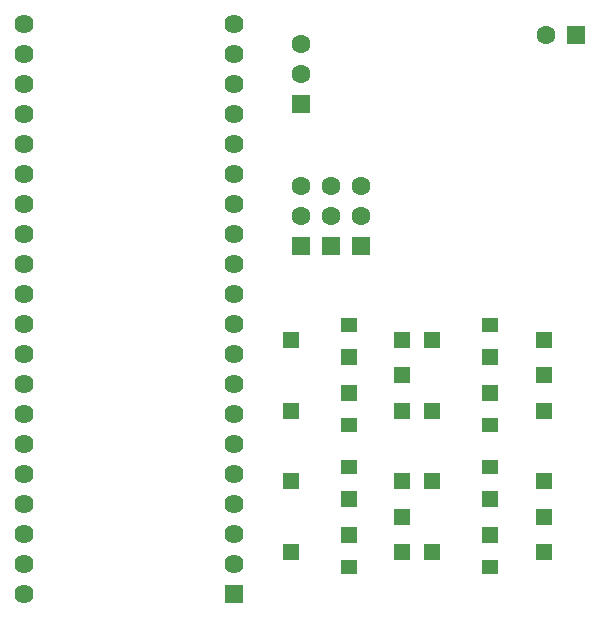
<source format=gts>
G04*
G04 #@! TF.GenerationSoftware,Altium Limited,Altium Designer,21.5.1 (32)*
G04*
G04 Layer_Color=8388736*
%FSLAX44Y44*%
%MOMM*%
G71*
G04*
G04 #@! TF.SameCoordinates,0903D884-DAF8-42DF-BE81-14F24C034F1F*
G04*
G04*
G04 #@! TF.FilePolarity,Negative*
G04*
G01*
G75*
%ADD15R,1.3500X1.1500*%
%ADD16R,1.3500X1.3500*%
%ADD17R,1.6000X1.6000*%
%ADD18C,1.6000*%
%ADD19C,1.6240*%
%ADD20R,1.6240X1.6240*%
%ADD21R,1.6000X1.6000*%
D15*
X290000Y157500D02*
D03*
Y242500D02*
D03*
X410000Y157500D02*
D03*
Y242500D02*
D03*
X290000Y37500D02*
D03*
Y122500D02*
D03*
X410000Y37500D02*
D03*
Y122500D02*
D03*
D16*
X335000Y230000D02*
D03*
Y170000D02*
D03*
Y200000D02*
D03*
X290000Y185000D02*
D03*
Y215000D02*
D03*
X240750Y230000D02*
D03*
Y170000D02*
D03*
X455000Y230000D02*
D03*
Y170000D02*
D03*
Y200000D02*
D03*
X410000Y185000D02*
D03*
Y215000D02*
D03*
X360750Y230000D02*
D03*
Y170000D02*
D03*
X335000Y110000D02*
D03*
Y50000D02*
D03*
Y80000D02*
D03*
X290000Y65000D02*
D03*
Y95000D02*
D03*
X240750Y110000D02*
D03*
Y50000D02*
D03*
X455000Y110000D02*
D03*
Y50000D02*
D03*
Y80000D02*
D03*
X410000Y65000D02*
D03*
Y95000D02*
D03*
X360750Y110000D02*
D03*
Y50000D02*
D03*
D17*
X250000Y429200D02*
D03*
Y309200D02*
D03*
X275400D02*
D03*
X300800D02*
D03*
D18*
X250000Y454600D02*
D03*
Y480000D02*
D03*
Y334600D02*
D03*
Y360000D02*
D03*
X275400Y334600D02*
D03*
Y360000D02*
D03*
X457200Y488000D02*
D03*
X300800Y334600D02*
D03*
Y360000D02*
D03*
D19*
X15000Y15000D02*
D03*
Y40400D02*
D03*
Y65800D02*
D03*
Y91200D02*
D03*
Y116600D02*
D03*
Y142000D02*
D03*
Y167400D02*
D03*
Y192800D02*
D03*
Y218200D02*
D03*
Y243600D02*
D03*
X15000Y269000D02*
D03*
X15000Y294400D02*
D03*
Y319800D02*
D03*
Y345200D02*
D03*
Y370600D02*
D03*
Y396000D02*
D03*
Y421400D02*
D03*
Y446800D02*
D03*
Y472200D02*
D03*
X15000Y497600D02*
D03*
X192800D02*
D03*
Y472200D02*
D03*
Y446800D02*
D03*
Y421400D02*
D03*
Y396000D02*
D03*
Y370600D02*
D03*
Y345200D02*
D03*
Y319800D02*
D03*
Y294400D02*
D03*
Y269000D02*
D03*
Y243600D02*
D03*
Y218200D02*
D03*
Y192800D02*
D03*
Y167400D02*
D03*
Y142000D02*
D03*
Y116600D02*
D03*
Y91200D02*
D03*
Y65800D02*
D03*
Y40400D02*
D03*
D20*
Y15000D02*
D03*
D21*
X482600Y488000D02*
D03*
M02*

</source>
